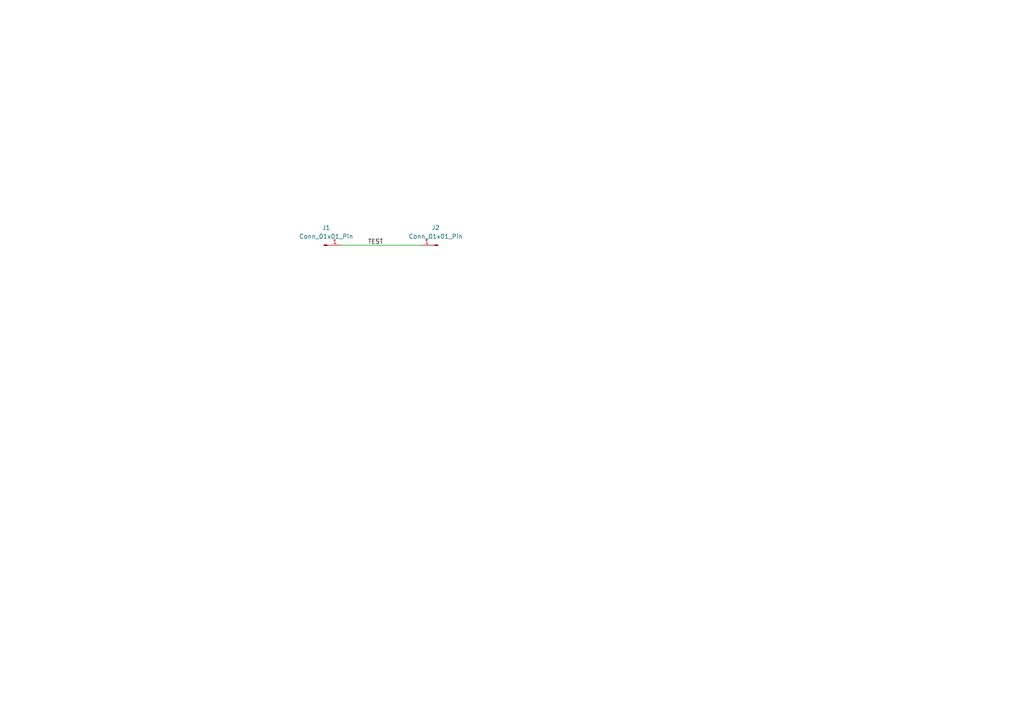
<source format=kicad_sch>
(kicad_sch (version 20250114) (generator "eeschema") (generator_version "9.0")
  (paper "A4")
  (lib_symbols
    (symbol "Connector:Conn_01x01_Pin" (pin_names (offset 1.016) (hide yes))
      (property "Reference" "J" (at 0 2.54 0))
      (property "Value" "Conn_01x01_Pin" (at 0 -2.54 0))
      (symbol "Conn_01x01_Pin_1_1"
        (rectangle (start 0.8636 0.127) (end 0 -0.127) (stroke (width 0.1524)) (fill (type outline)))
        (polyline (pts (xy 1.27 0) (xy 0.8636 0)) (stroke (width 0.1524)))
        (pin passive line (at 5.08 0 180) (length 3.81) (name "Pin_1") (number "1"))
      )
    )
  )
  (wire (pts (xy 99.06 71.12) (xy 121.92 71.12)))
  (label "TEST" (at 106.68 71.12 0))
  (symbol (lib_id "Connector:Conn_01x01_Pin") (at 127 71.12 180) (unit 1)
    (property "Reference" "J2" (at 126.365 66.04 0))
    (property "Value" "Conn_01x01_Pin" (at 126.365 68.58 0))
    (property "Footprint" "Connector_PinHeader_1.00mm:PinHeader_1x01_P1.00mm_Vertical" (effects (hide yes)))
    (property "Description" "Generic connector, single row, 01x01, script generated" (effects (hide yes)))
  )
  (symbol (lib_id "Connector:Conn_01x01_Pin") (at 93.98 71.12 0) (unit 1)
    (property "Reference" "J1" (at 94.615 66.04 0))
    (property "Value" "Conn_01x01_Pin" (at 94.615 68.58 0))
    (property "Footprint" "Connector_PinHeader_1.00mm:PinHeader_1x01_P1.00mm_Vertical" (effects (hide yes)))
    (property "Description" "Generic connector, single row, 01x01, script generated" (effects (hide yes)))
  )
)
</source>
